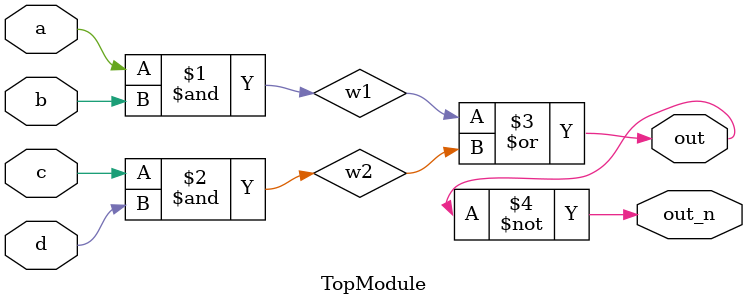
<source format=sv>

module TopModule (
  input a,
  input b,
  input c,
  input d,
  output out,
  output out_n
);
wire w1, w2;
assign w1 = a & b;
assign w2 = c & d;
assign out = w1 | w2;
assign out_n = ~out;
endmodule

</source>
